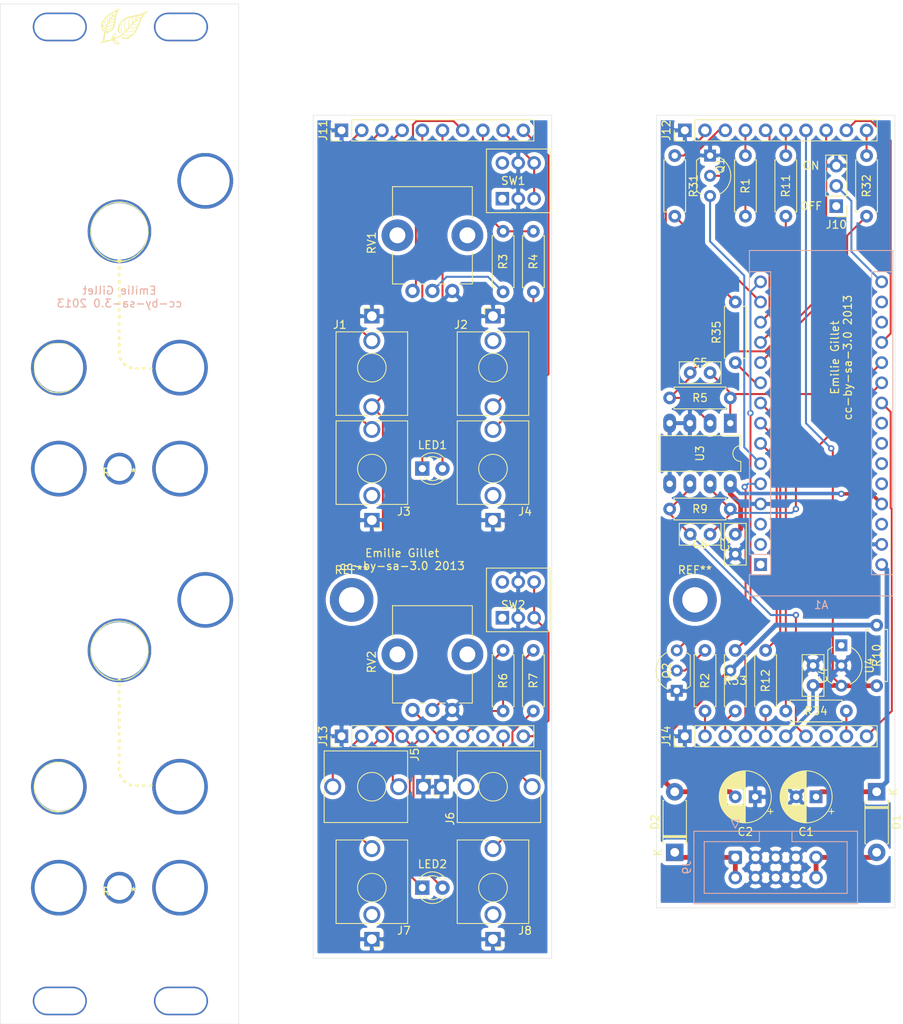
<source format=kicad_pcb>
(kicad_pcb (version 20171130) (host pcbnew "(5.1.6)-1")
  (layers (0 F.Cu signal) (31 B.Cu signal) (34 B.Paste user) (35 F.Paste user) (36 B.SilkS user) (37 F.SilkS user) (38 B.Mask user) (39 F.Mask user) (44 Edge.Cuts user))
  (net 0 "")
  (net 1 AUTONOISE)
  (net 2 +12V)
  (net 3 OUT2B)
  (net 4 GND)
  (net 5 OUT2A)
  (net 6 "Net-(A1-Pad28)")
  (net 7 OUT1B)
  (net 8 +5V)
  (net 9 OUT1A)
  (net 10 "Net-(A1-Pad26)")
  (net 11 LED2B)
  (net 12 "Net-(A1-Pad25)")
  (net 13 LED2A)
  (net 14 "Net-(A1-Pad24)")
  (net 15 LED1B)
  (net 16 "Net-(A1-Pad23)")
  (net 17 LED1A)
  (net 18 SW2)
  (net 19 IN2)
  (net 20 SW1)
  (net 21 IN1)
  (net 22 P2)
  (net 23 P1)
  (net 24 "Net-(A1-Pad3)")
  (net 25 "Net-(A1-Pad18)")
  (net 26 "Net-(A1-Pad2)")
  (net 27 "Net-(A1-Pad17)")
  (net 28 "Net-(A1-Pad1)")
  (net 29 -12V)
  (net 30 "Net-(J2-PadTN)")
  (net 31 "Net-(J2-PadT)")
  (net 32 "Net-(J3-PadTN)")
  (net 33 "Net-(J4-PadTN)")
  (net 34 "Net-(J6-PadTN)")
  (net 35 "Net-(J6-PadT)")
  (net 36 "Net-(J7-PadTN)")
  (net 37 "Net-(J8-PadTN)")
  (net 38 NORM)
  (net 39 "Net-(Q1-Pad2)")
  (net 40 "Net-(Q2-Pad2)")
  (net 41 "Net-(R3-Pad2)")
  (net 42 "Net-(R6-Pad2)")
  (net 43 -5V)
  (net 44 "Net-(SW1-Pad4)")
  (net 45 "Net-(SW1-Pad1)")
  (net 46 "Net-(SW2-Pad4)")
  (net 47 "Net-(SW2-Pad1)")
  (net 48 _P1)
  (net 49 _P2)
  (net 50 _NORM)
  (net 51 _IN1)
  (net 52 _OUT1B)
  (net 53 _LED1B)
  (net 54 _OUT1A)
  (net 55 "Net-(J13-Pad8)")
  (net 56 "Net-(J14-Pad8)")
  (net 57 _IN2)
  (net 58 _OUT2A)
  (net 59 _OUT2B)
  (net 60 _LED2B)
  (net 61 "Net-(J10-Pad1)")
  (net 62 "Net-(D1-Pad2)")
  (net 63 "Net-(D2-Pad1)")
  (module Module:Arduino_Nano (layer B.Cu) (at 132.715 88.265)
    (fp_text reference A1 (at 7.62 5.08) (layer B.SilkS) (effects (justify mirror)))
    (fp_text value Arduino_Nano_v3.x)
    (pad 16 thru_hole oval (at 15.24 -35.56) (size 1.6 1.6) (drill 1) (layers *.Cu *.Mask) (net 1 AUTONOISE))
    (pad 15 thru_hole oval (at 0 -35.56) (size 1.6 1.6) (drill 1) (layers *.Cu *.Mask) (net 5 OUT2A))
    (pad 30 thru_hole oval (at 15.24 0) (size 1.6 1.6) (drill 1) (layers *.Cu *.Mask) (net 2 +12V))
    (pad 14 thru_hole oval (at 0 -33.02) (size 1.6 1.6) (drill 1) (layers *.Cu *.Mask) (net 9 OUT1A))
    (pad 29 thru_hole oval (at 15.24 -2.54) (size 1.6 1.6) (drill 1) (layers *.Cu *.Mask) (net 4 GND))
    (pad 13 thru_hole oval (at 0 -30.48) (size 1.6 1.6) (drill 1) (layers *.Cu *.Mask) (net 17 LED1A))
    (pad 28 thru_hole oval (at 15.24 -5.08) (size 1.6 1.6) (drill 1) (layers *.Cu *.Mask) (net 6 "Net-(A1-Pad28)"))
    (pad 12 thru_hole oval (at 0 -27.94) (size 1.6 1.6) (drill 1) (layers *.Cu *.Mask) (net 15 LED1B))
    (pad 27 thru_hole oval (at 15.24 -7.62) (size 1.6 1.6) (drill 1) (layers *.Cu *.Mask) (net 8 +5V))
    (pad 11 thru_hole oval (at 0 -25.4) (size 1.6 1.6) (drill 1) (layers *.Cu *.Mask) (net 7 OUT1B))
    (pad 26 thru_hole oval (at 15.24 -10.16) (size 1.6 1.6) (drill 1) (layers *.Cu *.Mask) (net 10 "Net-(A1-Pad26)"))
    (pad 10 thru_hole oval (at 0 -22.86) (size 1.6 1.6) (drill 1) (layers *.Cu *.Mask) (net 38 NORM))
    (pad 25 thru_hole oval (at 15.24 -12.7) (size 1.6 1.6) (drill 1) (layers *.Cu *.Mask) (net 12 "Net-(A1-Pad25)"))
    (pad 9 thru_hole oval (at 0 -20.32) (size 1.6 1.6) (drill 1) (layers *.Cu *.Mask) (net 3 OUT2B))
    (pad 24 thru_hole oval (at 15.24 -15.24) (size 1.6 1.6) (drill 1) (layers *.Cu *.Mask) (net 14 "Net-(A1-Pad24)"))
    (pad 8 thru_hole oval (at 0 -17.78) (size 1.6 1.6) (drill 1) (layers *.Cu *.Mask) (net 11 LED2B))
    (pad 23 thru_hole oval (at 15.24 -17.78) (size 1.6 1.6) (drill 1) (layers *.Cu *.Mask) (net 16 "Net-(A1-Pad23)"))
    (pad 7 thru_hole oval (at 0 -15.24) (size 1.6 1.6) (drill 1) (layers *.Cu *.Mask) (net 13 LED2A))
    (pad 22 thru_hole oval (at 15.24 -20.32) (size 1.6 1.6) (drill 1) (layers *.Cu *.Mask) (net 18 SW2))
    (pad 6 thru_hole oval (at 0 -12.7) (size 1.6 1.6) (drill 1) (layers *.Cu *.Mask) (net 21 IN1))
    (pad 21 thru_hole oval (at 15.24 -22.86) (size 1.6 1.6) (drill 1) (layers *.Cu *.Mask) (net 22 P2))
    (pad 5 thru_hole oval (at 0 -10.16) (size 1.6 1.6) (drill 1) (layers *.Cu *.Mask) (net 19 IN2))
    (pad 20 thru_hole oval (at 15.24 -25.4) (size 1.6 1.6) (drill 1) (layers *.Cu *.Mask) (net 23 P1))
    (pad 4 thru_hole oval (at 0 -7.62) (size 1.6 1.6) (drill 1) (layers *.Cu *.Mask) (net 4 GND))
    (pad 19 thru_hole oval (at 15.24 -27.94) (size 1.6 1.6) (drill 1) (layers *.Cu *.Mask) (net 20 SW1))
    (pad 3 thru_hole oval (at 0 -5.08) (size 1.6 1.6) (drill 1) (layers *.Cu *.Mask) (net 24 "Net-(A1-Pad3)"))
    (pad 18 thru_hole oval (at 15.24 -30.48) (size 1.6 1.6) (drill 1) (layers *.Cu *.Mask) (net 25 "Net-(A1-Pad18)"))
    (pad 2 thru_hole oval (at 0 -2.54) (size 1.6 1.6) (drill 1) (layers *.Cu *.Mask) (net 26 "Net-(A1-Pad2)"))
    (pad 17 thru_hole oval (at 15.24 -33.02) (size 1.6 1.6) (drill 1) (layers *.Cu *.Mask) (net 27 "Net-(A1-Pad17)"))
    (pad 1 thru_hole rect (at 0 0) (size 1.6 1.6) (drill 1) (layers *.Cu *.Mask) (net 28 "Net-(A1-Pad1)"))
  )
  (module MountingHole:MountingHole_3.2mm_M3_ISO14580_Pad (layer F.Cu) (at 81.28 92.71)
    (fp_text reference REF** (at 0 -3.75) (layer F.SilkS))
    (fp_text value MountingHole_3.2mm_M3_ISO14580_Pad)
    (pad 1 thru_hole circle (at 0 0) (size 5.5 5.5) (drill 3.2) (layers *.Cu *.Mask))
  )
  (module MountingHole:MountingHole_3.2mm_M3_ISO14580_Pad (layer F.Cu) (at 124.46 92.71)
    (fp_text reference REF** (at 0 -3.75) (layer F.SilkS))
    (fp_text value MountingHole_3.2mm_M3_ISO14580_Pad)
    (pad 1 thru_hole circle (at 0 0) (size 5.5 5.5) (drill 3.2) (layers *.Cu *.Mask))
  )
  (module Resistor_THT:R_Axial_DIN0207_L6.3mm_D2.5mm_P7.62mm_Horizontal (layer F.Cu) (at 135.89 44.45 90)
    (fp_text reference R11 (at 3.81 0 90) (layer F.SilkS))
    (fp_text value 220)
    (pad 2 thru_hole oval (at 7.62 0 90) (size 1.6 1.6) (drill 0.8) (layers *.Cu *.Mask) (net 53 _LED1B))
    (pad 1 thru_hole circle (at 0 0 90) (size 1.6 1.6) (drill 0.8) (layers *.Cu *.Mask) (net 15 LED1B))
  )
  (module Resistor_THT:R_Axial_DIN0207_L6.3mm_D2.5mm_P7.62mm_Horizontal (layer F.Cu) (at 147.32 95.885 270)
    (fp_text reference R10 (at 3.81 0 90) (layer F.SilkS))
    (fp_text value 5.1k)
    (pad 2 thru_hole oval (at 7.62 0 270) (size 1.6 1.6) (drill 0.8) (layers *.Cu *.Mask) (net 43 -5V))
    (pad 1 thru_hole circle (at 0 0 270) (size 1.6 1.6) (drill 0.8) (layers *.Cu *.Mask) (net 29 -12V))
  )
  (module Resistor_THT:R_Axial_DIN0207_L6.3mm_D2.5mm_P7.62mm_Horizontal (layer F.Cu) (at 146.05 36.83 270)
    (fp_text reference R32 (at 3.81 0 90) (layer F.SilkS))
    (fp_text value 1K)
    (pad 2 thru_hole oval (at 7.62 0 270) (size 1.6 1.6) (drill 0.8) (layers *.Cu *.Mask) (net 7 OUT1B))
    (pad 1 thru_hole circle (at 0 0 270) (size 1.6 1.6) (drill 0.8) (layers *.Cu *.Mask) (net 52 _OUT1B))
  )
  (module Resistor_THT:R_Axial_DIN0207_L6.3mm_D2.5mm_P7.62mm_Horizontal (layer F.Cu) (at 121.92 36.83 270)
    (fp_text reference R31 (at 3.81 -2.37 90) (layer F.SilkS))
    (fp_text value 1K)
    (pad 2 thru_hole oval (at 7.62 0 270) (size 1.6 1.6) (drill 0.8) (layers *.Cu *.Mask) (net 9 OUT1A))
    (pad 1 thru_hole circle (at 0 0 270) (size 1.6 1.6) (drill 0.8) (layers *.Cu *.Mask) (net 54 _OUT1A))
  )
  (module Resistor_THT:R_Axial_DIN0207_L6.3mm_D2.5mm_P7.62mm_Horizontal (layer F.Cu) (at 125.73 99.06 270)
    (fp_text reference R2 (at 3.81 0 90) (layer F.SilkS))
    (fp_text value 100K)
    (pad 2 thru_hole oval (at 7.62 0 270) (size 1.6 1.6) (drill 0.8) (layers *.Cu *.Mask) (net 57 _IN2))
    (pad 1 thru_hole circle (at 0 0 270) (size 1.6 1.6) (drill 0.8) (layers *.Cu *.Mask) (net 40 "Net-(Q2-Pad2)"))
  )
  (module Resistor_THT:R_Axial_DIN0207_L6.3mm_D2.5mm_P7.62mm_Horizontal (layer F.Cu) (at 129.54 106.68 90)
    (fp_text reference R33 (at 3.81 0) (layer F.SilkS))
    (fp_text value 1K)
    (pad 2 thru_hole oval (at 7.62 0 90) (size 1.6 1.6) (drill 0.8) (layers *.Cu *.Mask) (net 5 OUT2A))
    (pad 1 thru_hole circle (at 0 0 90) (size 1.6 1.6) (drill 0.8) (layers *.Cu *.Mask) (net 58 _OUT2A))
  )
  (module Resistor_THT:R_Axial_DIN0207_L6.3mm_D2.5mm_P7.62mm_Horizontal (layer F.Cu) (at 129.54 62.865 90)
    (fp_text reference R35 (at 3.81 -2.37 90) (layer F.SilkS))
    (fp_text value 1K)
    (pad 2 thru_hole oval (at 7.62 0 90) (size 1.6 1.6) (drill 0.8) (layers *.Cu *.Mask) (net 50 _NORM))
    (pad 1 thru_hole circle (at 0 0 90) (size 1.6 1.6) (drill 0.8) (layers *.Cu *.Mask) (net 38 NORM))
  )
  (module Resistor_THT:R_Axial_DIN0207_L6.3mm_D2.5mm_P7.62mm_Horizontal (layer F.Cu) (at 130.81 44.45 90)
    (fp_text reference R1 (at 3.81 0 90) (layer F.SilkS))
    (fp_text value 100K)
    (pad 2 thru_hole oval (at 7.62 0 90) (size 1.6 1.6) (drill 0.8) (layers *.Cu *.Mask) (net 51 _IN1))
    (pad 1 thru_hole circle (at 0 0 90) (size 1.6 1.6) (drill 0.8) (layers *.Cu *.Mask) (net 39 "Net-(Q1-Pad2)"))
  )
  (module Resistor_THT:R_Axial_DIN0207_L6.3mm_D2.5mm_P7.62mm_Horizontal (layer F.Cu) (at 143.51 106.68 180)
    (fp_text reference R34 (at 3.81 0) (layer F.SilkS))
    (fp_text value 1K)
    (pad 2 thru_hole oval (at 7.62 0 180) (size 1.6 1.6) (drill 0.8) (layers *.Cu *.Mask) (net 3 OUT2B))
    (pad 1 thru_hole circle (at 0 0 180) (size 1.6 1.6) (drill 0.8) (layers *.Cu *.Mask) (net 59 _OUT2B))
  )
  (module Resistor_THT:R_Axial_DIN0207_L6.3mm_D2.5mm_P7.62mm_Horizontal (layer F.Cu) (at 133.35 99.06 270)
    (fp_text reference R12 (at 3.81 0 90) (layer F.SilkS))
    (fp_text value 220)
    (pad 2 thru_hole oval (at 7.62 0 270) (size 1.6 1.6) (drill 0.8) (layers *.Cu *.Mask) (net 60 _LED2B))
    (pad 1 thru_hole circle (at 0 0 270) (size 1.6 1.6) (drill 0.8) (layers *.Cu *.Mask) (net 11 LED2B))
  )
  (module Capacitor_THT:CP_Radial_D6.3mm_P2.50mm (layer F.Cu) (at 132.04 117.475 180)
    (fp_text reference C2 (at 1.25 -4.4) (layer F.SilkS))
    (fp_text value 10uF)
    (pad 2 thru_hole circle (at 2.5 0 180) (size 1.6 1.6) (drill 0.8) (layers *.Cu *.Mask) (net 29 -12V))
    (pad 1 thru_hole rect (at 0 0 180) (size 1.6 1.6) (drill 0.8) (layers *.Cu *.Mask) (net 4 GND))
  )
  (module Capacitor_THT:CP_Radial_D6.3mm_P2.50mm (layer F.Cu) (at 139.7 117.475 180)
    (fp_text reference C1 (at 1.25 -4.4) (layer F.SilkS))
    (fp_text value 10uF)
    (pad 2 thru_hole circle (at 2.5 0 180) (size 1.6 1.6) (drill 0.8) (layers *.Cu *.Mask) (net 4 GND))
    (pad 1 thru_hole rect (at 0 0 180) (size 1.6 1.6) (drill 0.8) (layers *.Cu *.Mask) (net 2 +12V))
  )
  (module Capacitor_THT:C_Disc_D5.0mm_W2.5mm_P2.50mm (layer F.Cu) (at 126.365 84.455 180)
    (fp_text reference C6 (at 1.25 -1.27) (layer F.SilkS))
    (fp_text value 1n)
    (pad 1 thru_hole circle (at 0 0 180) (size 1.6 1.6) (drill 0.8) (layers *.Cu *.Mask) (net 22 P2))
    (pad 2 thru_hole circle (at 2.5 0 180) (size 1.6 1.6) (drill 0.8) (layers *.Cu *.Mask) (net 49 _P2))
  )
  (module Capacitor_THT:C_Disc_D5.0mm_W2.5mm_P2.50mm (layer F.Cu) (at 126.365 64.135 180)
    (fp_text reference C5 (at 1.27 1.27) (layer F.SilkS))
    (fp_text value 1n)
    (pad 2 thru_hole circle (at 2.5 0 180) (size 1.6 1.6) (drill 0.8) (layers *.Cu *.Mask) (net 48 _P1))
    (pad 1 thru_hole circle (at 0 0 180) (size 1.6 1.6) (drill 0.8) (layers *.Cu *.Mask) (net 23 P1))
  )
  (module Connector_IDC:IDC-Header_2x05_P2.54mm_Vertical (layer B.Cu) (at 129.54 125.095 270)
    (fp_text reference J9 (at 1.27 6.1 270) (layer B.SilkS) (effects (justify mirror)))
    (fp_text value Conn_02x05_Odd_Even)
    (pad 1 thru_hole roundrect (at 0 0 270) (size 1.7 1.7) (drill 1) (layers *.Cu *.Mask) (roundrect_rratio 0.147059) (net 63 "Net-(D2-Pad1)"))
    (pad 3 thru_hole circle (at 0 -2.54 270) (size 1.7 1.7) (drill 1) (layers *.Cu *.Mask) (net 4 GND))
    (pad 5 thru_hole circle (at 0 -5.08 270) (size 1.7 1.7) (drill 1) (layers *.Cu *.Mask) (net 4 GND))
    (pad 7 thru_hole circle (at 0 -7.62 270) (size 1.7 1.7) (drill 1) (layers *.Cu *.Mask) (net 4 GND))
    (pad 9 thru_hole circle (at 0 -10.16 270) (size 1.7 1.7) (drill 1) (layers *.Cu *.Mask) (net 62 "Net-(D1-Pad2)"))
    (pad 2 thru_hole circle (at 2.54 0 270) (size 1.7 1.7) (drill 1) (layers *.Cu *.Mask) (net 63 "Net-(D2-Pad1)"))
    (pad 4 thru_hole circle (at 2.54 -2.54 270) (size 1.7 1.7) (drill 1) (layers *.Cu *.Mask) (net 4 GND))
    (pad 6 thru_hole circle (at 2.54 -5.08 270) (size 1.7 1.7) (drill 1) (layers *.Cu *.Mask) (net 4 GND))
    (pad 8 thru_hole circle (at 2.54 -7.62 270) (size 1.7 1.7) (drill 1) (layers *.Cu *.Mask) (net 4 GND))
    (pad 10 thru_hole circle (at 2.54 -10.16 270) (size 1.7 1.7) (drill 1) (layers *.Cu *.Mask) (net 62 "Net-(D1-Pad2)"))
  )
  (module Capacitor_THT:C_Disc_D5.0mm_W2.5mm_P2.50mm (layer F.Cu) (at 139.319 100.965 270)
    (fp_text reference C4 (at 1.25 -1.27 90) (layer F.SilkS))
    (fp_text value 100n)
    (pad 1 thru_hole circle (at 0 0 270) (size 1.6 1.6) (drill 0.8) (layers *.Cu *.Mask) (net 4 GND))
    (pad 2 thru_hole circle (at 2.5 0 270) (size 1.6 1.6) (drill 0.8) (layers *.Cu *.Mask) (net 43 -5V))
  )
  (module Capacitor_THT:C_Disc_D5.0mm_W2.5mm_P2.50mm (layer F.Cu) (at 129.54 86.955 90)
    (fp_text reference C3 (at 1.25 -1.27 90) (layer F.SilkS))
    (fp_text value 100n)
    (pad 2 thru_hole circle (at 2.5 0 90) (size 1.6 1.6) (drill 0.8) (layers *.Cu *.Mask) (net 8 +5V))
    (pad 1 thru_hole circle (at 0 0 90) (size 1.6 1.6) (drill 0.8) (layers *.Cu *.Mask) (net 4 GND))
  )
  (module Connector_PinHeader_2.54mm:PinHeader_1x03_P2.54mm_Vertical (layer F.Cu) (at 142.24 43.18 180)
    (fp_text reference J10 (at 0 -2.33) (layer F.SilkS))
    (fp_text value Conn_3)
    (pad 3 thru_hole oval (at 0 5.08 180) (size 1.7 1.7) (drill 1) (layers *.Cu *.Mask) (net 4 GND))
    (pad 2 thru_hole oval (at 0 2.54 180) (size 1.7 1.7) (drill 1) (layers *.Cu *.Mask) (net 1 AUTONOISE))
    (pad 1 thru_hole rect (at 0 0 180) (size 1.7 1.7) (drill 1) (layers *.Cu *.Mask) (net 61 "Net-(J10-Pad1)"))
  )
  (module Package_TO_SOT_THT:TO-92L_Inline_Wide (layer F.Cu) (at 122.174 104.14 90)
    (fp_text reference Q2 (at 2.54 -1.27 90) (layer F.SilkS))
    (fp_text value 2N3904)
    (pad 1 thru_hole rect (at 0 0 180) (size 1.5 1.5) (drill 0.8) (layers *.Cu *.Mask) (net 4 GND))
    (pad 3 thru_hole circle (at 5.08 0 180) (size 1.5 1.5) (drill 0.8) (layers *.Cu *.Mask) (net 19 IN2))
    (pad 2 thru_hole circle (at 2.54 0 180) (size 1.5 1.5) (drill 0.8) (layers *.Cu *.Mask) (net 40 "Net-(Q2-Pad2)"))
  )
  (module Resistor_THT:R_Axial_DIN0207_L6.3mm_D2.5mm_P7.62mm_Horizontal (layer F.Cu) (at 128.905 81.28 180)
    (fp_text reference R9 (at 3.81 0) (layer F.SilkS))
    (fp_text value 100K)
    (pad 2 thru_hole oval (at 7.62 0 180) (size 1.6 1.6) (drill 0.8) (layers *.Cu *.Mask) (net 49 _P2))
    (pad 1 thru_hole circle (at 0 0 180) (size 1.6 1.6) (drill 0.8) (layers *.Cu *.Mask) (net 22 P2))
  )
  (module Connector_PinHeader_2.54mm:PinHeader_1x10_P2.54mm_Vertical (layer F.Cu) (at 123.19 109.855 90)
    (fp_text reference J14 (at 0 -2.33 90) (layer F.SilkS))
    (fp_text value Conn_01x10_Female)
    (pad 10 thru_hole oval (at 0 22.86 90) (size 1.7 1.7) (drill 1) (layers *.Cu *.Mask) (net 18 SW2))
    (pad 9 thru_hole oval (at 0 20.32 90) (size 1.7 1.7) (drill 1) (layers *.Cu *.Mask) (net 59 _OUT2B))
    (pad 8 thru_hole oval (at 0 17.78 90) (size 1.7 1.7) (drill 1) (layers *.Cu *.Mask) (net 56 "Net-(J14-Pad8)"))
    (pad 7 thru_hole oval (at 0 15.24 90) (size 1.7 1.7) (drill 1) (layers *.Cu *.Mask) (net 49 _P2))
    (pad 6 thru_hole oval (at 0 12.7 90) (size 1.7 1.7) (drill 1) (layers *.Cu *.Mask) (net 43 -5V))
    (pad 5 thru_hole oval (at 0 10.16 90) (size 1.7 1.7) (drill 1) (layers *.Cu *.Mask) (net 60 _LED2B))
    (pad 4 thru_hole oval (at 0 7.62 90) (size 1.7 1.7) (drill 1) (layers *.Cu *.Mask) (net 13 LED2A))
    (pad 3 thru_hole oval (at 0 5.08 90) (size 1.7 1.7) (drill 1) (layers *.Cu *.Mask) (net 58 _OUT2A))
    (pad 2 thru_hole oval (at 0 2.54 90) (size 1.7 1.7) (drill 1) (layers *.Cu *.Mask) (net 57 _IN2))
    (pad 1 thru_hole rect (at 0 0 90) (size 1.7 1.7) (drill 1) (layers *.Cu *.Mask) (net 4 GND))
  )
  (module Package_DIP:DIP-8_W7.62mm_LongPads (layer F.Cu) (at 128.905 70.485 270)
    (fp_text reference U3 (at 3.81 3.81 90) (layer F.SilkS))
    (fp_text value MCP6002-xP)
    (pad 1 thru_hole rect (at 0 0 270) (size 2.4 1.6) (drill 0.8) (layers *.Cu *.Mask) (net 23 P1))
    (pad 5 thru_hole oval (at 7.62 7.62 270) (size 2.4 1.6) (drill 0.8) (layers *.Cu *.Mask) (net 4 GND))
    (pad 2 thru_hole oval (at 0 2.54 270) (size 2.4 1.6) (drill 0.8) (layers *.Cu *.Mask) (net 48 _P1))
    (pad 6 thru_hole oval (at 7.62 5.08 270) (size 2.4 1.6) (drill 0.8) (layers *.Cu *.Mask) (net 49 _P2))
    (pad 3 thru_hole oval (at 0 5.08 270) (size 2.4 1.6) (drill 0.8) (layers *.Cu *.Mask) (net 4 GND))
    (pad 7 thru_hole oval (at 7.62 2.54 270) (size 2.4 1.6) (drill 0.8) (layers *.Cu *.Mask) (net 22 P2))
    (pad 4 thru_hole oval (at 0 7.62 270) (size 2.4 1.6) (drill 0.8) (layers *.Cu *.Mask) (net 4 GND))
    (pad 8 thru_hole oval (at 7.62 0 270) (size 2.4 1.6) (drill 0.8) (layers *.Cu *.Mask) (net 8 +5V))
  )
  (module Resistor_THT:R_Axial_DIN0207_L6.3mm_D2.5mm_P7.62mm_Horizontal (layer F.Cu) (at 128.905 67.31 180)
    (fp_text reference R5 (at 3.81 0) (layer F.SilkS))
    (fp_text value 100K)
    (pad 2 thru_hole oval (at 7.62 0 180) (size 1.6 1.6) (drill 0.8) (layers *.Cu *.Mask) (net 48 _P1))
    (pad 1 thru_hole circle (at 0 0 180) (size 1.6 1.6) (drill 0.8) (layers *.Cu *.Mask) (net 23 P1))
  )
  (module Connector_PinHeader_2.54mm:PinHeader_1x10_P2.54mm_Vertical (layer F.Cu) (at 123.19 33.655 90)
    (fp_text reference J12 (at 0 -2.33 90) (layer F.SilkS))
    (fp_text value Conn_01x10_Female)
    (pad 10 thru_hole oval (at 0 22.86 90) (size 1.7 1.7) (drill 1) (layers *.Cu *.Mask) (net 52 _OUT1B))
    (pad 9 thru_hole oval (at 0 20.32 90) (size 1.7 1.7) (drill 1) (layers *.Cu *.Mask) (net 20 SW1))
    (pad 8 thru_hole oval (at 0 17.78 90) (size 1.7 1.7) (drill 1) (layers *.Cu *.Mask) (net 48 _P1))
    (pad 7 thru_hole oval (at 0 15.24 90) (size 1.7 1.7) (drill 1) (layers *.Cu *.Mask) (net 43 -5V))
    (pad 6 thru_hole oval (at 0 12.7 90) (size 1.7 1.7) (drill 1) (layers *.Cu *.Mask) (net 53 _LED1B))
    (pad 5 thru_hole oval (at 0 10.16 90) (size 1.7 1.7) (drill 1) (layers *.Cu *.Mask) (net 17 LED1A))
    (pad 4 thru_hole oval (at 0 7.62 90) (size 1.7 1.7) (drill 1) (layers *.Cu *.Mask) (net 51 _IN1))
    (pad 3 thru_hole oval (at 0 5.08 90) (size 1.7 1.7) (drill 1) (layers *.Cu *.Mask) (net 50 _NORM))
    (pad 2 thru_hole oval (at 0 2.54 90) (size 1.7 1.7) (drill 1) (layers *.Cu *.Mask) (net 54 _OUT1A))
    (pad 1 thru_hole rect (at 0 0 90) (size 1.7 1.7) (drill 1) (layers *.Cu *.Mask) (net 4 GND))
  )
  (module Package_TO_SOT_THT:TO-92L_Inline_Wide (layer F.Cu) (at 126.365 36.83 270)
    (fp_text reference Q1 (at 1.27 -1.27 90) (layer F.SilkS))
    (fp_text value 2N3904)
    (pad 1 thru_hole rect (at 0 0) (size 1.5 1.5) (drill 0.8) (layers *.Cu *.Mask) (net 4 GND))
    (pad 3 thru_hole circle (at 5.08 0) (size 1.5 1.5) (drill 0.8) (layers *.Cu *.Mask) (net 21 IN1))
    (pad 2 thru_hole circle (at 2.54 0) (size 1.5 1.5) (drill 0.8) (layers *.Cu *.Mask) (net 39 "Net-(Q1-Pad2)"))
  )
  (module Package_TO_SOT_THT:TO-92L_Inline_Wide (layer F.Cu) (at 142.875 98.425 270)
    (fp_text reference U4 (at 2.54 -3.56 90) (layer F.SilkS))
    (fp_text value LM4040LP-5)
    (pad 2 thru_hole circle (at 2.54 0) (size 1.5 1.5) (drill 0.8) (layers *.Cu *.Mask) (net 4 GND))
    (pad 3 thru_hole circle (at 5.08 0) (size 1.5 1.5) (drill 0.8) (layers *.Cu *.Mask) (net 43 -5V))
    (pad 1 thru_hole rect (at 0 0) (size 1.5 1.5) (drill 0.8) (layers *.Cu *.Mask))
  )
  (module Diode_THT:D_DO-41_SOD81_P7.62mm_Horizontal (layer F.Cu) (at 121.92 124.46 90)
    (fp_text reference D2 (at 3.81 -2.47 90) (layer F.SilkS))
    (fp_text value 1N4001)
    (fp_text user K (at 0 -2.1 90) (layer F.SilkS))
    (pad 2 thru_hole oval (at 7.62 0 90) (size 2.2 2.2) (drill 1.1) (layers *.Cu *.Mask) (net 29 -12V))
    (pad 1 thru_hole rect (at 0 0 90) (size 2.2 2.2) (drill 1.1) (layers *.Cu *.Mask) (net 63 "Net-(D2-Pad1)"))
  )
  (module Diode_THT:D_DO-41_SOD81_P7.62mm_Horizontal (layer F.Cu) (at 147.32 116.84 270)
    (fp_text reference D1 (at 3.81 -2.47 90) (layer F.SilkS))
    (fp_text value 1N4001)
    (fp_text user K (at 0 -2.1 90) (layer F.SilkS))
    (pad 2 thru_hole oval (at 7.62 0 270) (size 2.2 2.2) (drill 1.1) (layers *.Cu *.Mask) (net 62 "Net-(D1-Pad2)"))
    (pad 1 thru_hole rect (at 0 0 270) (size 2.2 2.2) (drill 1.1) (layers *.Cu *.Mask) (net 2 +12V))
  )
  (module PJ302M:jack_hole_6.1 (layer F.Cu) (at 44.45 76.2)
    (fp_text reference REF** (at 0 0.5) (layer F.SilkS))
    (fp_text value jack_hole_6.1)
    (pad "" np_thru_hole circle (at 0 0 90) (size 7 7) (drill 6.1) (layers *.Cu *.Mask))
  )
  (module PJ302M:jack_hole_6.1 (layer F.Cu) (at 44.45 63.5)
    (fp_text reference REF** (at 0 0.5) (layer F.SilkS))
    (fp_text value jack_hole_6.1)
    (pad "" np_thru_hole circle (at 0 0 90) (size 7 7) (drill 6.1) (layers *.Cu *.Mask))
  )
  (module PJ302M:pot_hole_7.1 (layer F.Cu) (at 52.07 46.355)
    (fp_text reference REF** (at 0 0.5) (layer F.SilkS))
    (fp_text value pot_hole_7.1)
    (pad "" np_thru_hole circle (at 0 0) (size 8 8) (drill 7.1) (layers *.Cu *.Mask))
  )
  (module PJ302M:led_hole_3.1 (layer F.Cu) (at 52.07 76.2)
    (fp_text reference REF** (at 0 0.5) (layer F.SilkS))
    (fp_text value led_hole_3.1)
    (pad "" np_thru_hole circle (at 0 0 90) (size 4 4) (drill 3.1) (layers *.Cu *.Mask))
  )
  (module PJ302M:jack_hole_6.1 (layer F.Cu) (at 59.69 76.2)
    (fp_text reference REF** (at 0 0.5) (layer F.SilkS))
    (fp_text value jack_hole_6.1)
    (pad "" np_thru_hole circle (at 0 0 90) (size 7 7) (drill 6.1) (layers *.Cu *.Mask))
  )
  (module PJ302M:screw_hole_3.2 (layer F.Cu) (at 44.57 20.65)
    (fp_text reference REF** (at 0 0.5) (layer F.SilkS))
    (fp_text value screw_hole_3.2)
    (pad "" np_thru_hole oval (at 0 0 90) (size 3.6 6.8) (drill oval 3.2 6.4) (layers *.Cu *.Mask))
  )
  (module PJ302M:branches (layer F.Cu) (at 42.25 79.5)
    (fp_text reference G*** hide)
    (fp_text value LOGO hide)
  )
  (module PJ302M:screw_hole_3.2 (layer F.Cu) (at 59.81 143.15)
    (fp_text reference REF** (at 0 0.5) (layer F.SilkS))
    (fp_text value screw_hole_3.2)
    (pad "" np_thru_hole oval (at 0 0 90) (size 3.6 6.8) (drill oval 3.2 6.4) (layers *.Cu *.Mask))
  )
  (module PJ302M:screw_hole_3.2 (layer F.Cu) (at 59.81 20.65)
    (fp_text reference REF** (at 0 0.5) (layer F.SilkS))
    (fp_text value screw_hole_3.2)
    (pad "" np_thru_hole oval (at 0 0 90) (size 3.6 6.8) (drill oval 3.2 6.4) (layers *.Cu *.Mask))
  )
  (module PJ302M:screw_hole_3.2 (layer F.Cu) (at 44.57 143.15)
    (fp_text reference REF** (at 0 0.5) (layer F.SilkS))
    (fp_text value screw_hole_3.2)
    (pad "" np_thru_hole oval (at 0 0 90) (size 3.6 6.8) (drill oval 3.2 6.4) (layers *.Cu *.Mask))
  )
  (module PJ302M:jack_hole_6.1 (layer F.Cu) (at 62.865 40.005)
    (fp_text reference REF** (at 0 0.5) (layer F.SilkS))
    (fp_text value jack_hole_6.1)
    (pad "" np_thru_hole circle (at 0 0 90) (size 7 7) (drill 6.1) (layers *.Cu *.Mask))
  )
  (module PJ302M:jack_hole_6.1 (layer F.Cu) (at 59.69 63.5)
    (fp_text reference REF** (at 0 0.5) (layer F.SilkS))
    (fp_text value jack_hole_6.1)
    (pad "" np_thru_hole circle (at 0 0 90) (size 7 7) (drill 6.1) (layers *.Cu *.Mask))
  )
  (module PJ302M:jack_hole_6.1 (layer F.Cu) (at 62.865 40.005)
    (fp_text reference REF** (at 0 0.5) (layer F.SilkS))
    (fp_text value jack_hole_6.1)
    (pad "" np_thru_hole circle (at 0 0 90) (size 7 7) (drill 6.1) (layers *.Cu *.Mask))
  )
  (module PJ302M:led_hole_3.1 (layer F.Cu) (at 52.07 128.905)
    (fp_text reference REF** (at 0 0.5) (layer F.SilkS))
    (fp_text value led_hole_3.1)
    (pad "" np_thru_hole circle (at 0 0 90) (size 4 4) (drill 3.1) (layers *.Cu *.Mask))
  )
  (module PJ302M:pot_hole_7.1 (layer F.Cu) (at 52.07 99.06)
    (fp_text reference REF** (at 0 0.5) (layer F.SilkS))
    (fp_text value pot_hole_7.1)
    (pad "" np_thru_hole circle (at 0 0) (size 8 8) (drill 7.1) (layers *.Cu *.Mask))
  )
  (module PJ302M:jack_hole_6.1 (layer F.Cu) (at 59.69 128.905)
    (fp_text reference REF** (at 0 0.5) (layer F.SilkS))
    (fp_text value jack_hole_6.1)
    (pad "" np_thru_hole circle (at 0 0 90) (size 7 7) (drill 6.1) (layers *.Cu *.Mask))
  )
  (module PJ302M:jack_hole_6.1 (layer F.Cu) (at 44.45 128.905)
    (fp_text reference REF** (at 0 0.5) (layer F.SilkS))
    (fp_text value jack_hole_6.1)
    (pad "" np_thru_hole circle (at 0 0 90) (size 7 7) (drill 6.1) (layers *.Cu *.Mask))
  )
  (module PJ302M:jack_hole_6.1 (layer F.Cu) (at 59.69 116.205)
    (fp_text reference REF** (at 0 0.5) (layer F.SilkS))
    (fp_text value jack_hole_6.1)
    (pad "" np_thru_hole circle (at 0 0 90) (size 7 7) (drill 6.1) (layers *.Cu *.Mask))
  )
  (module PJ302M:jack_hole_6.1 (layer F.Cu) (at 44.45 116.205)
    (fp_text reference REF** (at 0 0.5) (layer F.SilkS))
    (fp_text value jack_hole_6.1)
    (pad "" np_thru_hole circle (at 0 0 90) (size 7 7) (drill 6.1) (layers *.Cu *.Mask))
  )
  (module PJ302M:jack_hole_6.1 (layer F.Cu) (at 62.865 92.71)
    (fp_text reference REF** (at 0 0.5) (layer F.SilkS))
    (fp_text value jack_hole_6.1)
    (pad "" np_thru_hole circle (at 0 0 90) (size 7 7) (drill 6.1) (layers *.Cu *.Mask))
  )
  (module "PJ302M:leaves 4" (layer F.Cu) (at 52.07 20.32)
    (fp_text reference "" hide)
    (fp_text value "" hide)
  )
  (module PJ302M:ModdedThonkiconn (layer F.Cu) (at 83.82 116.205 270)
    (fp_text reference J5 (at -4.03 -5.4 90) (layer F.SilkS))
    (fp_text value Jack)
    (pad TN thru_hole circle (at 0 -3.38 90) (size 2.13 2.13) (drill 1.42) (layers *.Cu *.Mask) (net 51 _IN1))
    (pad S thru_hole rect (at 0 -6.48 90) (size 1.93 1.83) (drill 1.22) (layers *.Cu *.Mask) (net 4 GND))
    (pad T thru_hole circle (at 0 4.92 90) (size 2.13 2.13) (drill 1.43) (layers *.Cu *.Mask) (net 57 _IN2))
  )
  (module PJ302M:ModdedThonkiconn (layer F.Cu) (at 83.82 63.5)
    (fp_text reference J1 (at -4.03 -5.4) (layer F.SilkS))
    (fp_text value Jack)
    (pad TN thru_hole circle (at 0 -3.38 180) (size 2.13 2.13) (drill 1.42) (layers *.Cu *.Mask) (net 50 _NORM))
    (pad S thru_hole rect (at 0 -6.48 180) (size 1.93 1.83) (drill 1.22) (layers *.Cu *.Mask) (net 4 GND))
    (pad T thru_hole circle (at 0 4.92 180) (size 2.13 2.13) (drill 1.43) (layers *.Cu *.Mask) (net 51 _IN1))
  )
  (module PJ302M:ModdedThonkiconn (layer F.Cu) (at 99.06 116.205 90)
    (fp_text reference J6 (at -4.03 -5.4 90) (layer F.SilkS))
    (fp_text value Jack)
    (pad TN thru_hole circle (at 0 -3.38 270) (size 2.13 2.13) (drill 1.42) (layers *.Cu *.Mask) (net 34 "Net-(J6-PadTN)"))
    (pad S thru_hole rect (at 0 -6.48 270) (size 1.93 1.83) (drill 1.22) (layers *.Cu *.Mask) (net 4 GND))
    (pad T thru_hole circle (at 0 4.92 270) (size 2.13 2.13) (drill 1.43) (layers *.Cu *.Mask) (net 35 "Net-(J6-PadT)"))
  )
  (module PJ302M:ModdedPotentiometer (layer F.Cu) (at 91.44 99.06 90)
    (fp_text reference RV2 (at -1.45 -7.65 270) (layer F.SilkS))
    (fp_text value R_POT)
    (pad "" thru_hole circle (at -0.5 4.4 90) (size 4 4) (drill 2) (layers *.Cu *.Mask))
    (pad "" thru_hole circle (at -0.5 -4.4 90) (size 4 4) (drill 2) (layers *.Cu *.Mask))
    (pad 1 thru_hole circle (at -7.5 2.5 90) (size 1.8 1.8) (drill 1) (layers *.Cu *.Mask) (net 4 GND))
    (pad 2 thru_hole circle (at -7.5 0 90) (size 1.8 1.8) (drill 1) (layers *.Cu *.Mask) (net 42 "Net-(R6-Pad2)"))
    (pad 3 thru_hole circle (at -7.5 -2.5 90) (size 1.8 1.8) (drill 1) (layers *.Cu *.Mask) (net 43 -5V))
  )
  (module PJ302M:ModdedThonkiconn (layer F.Cu) (at 83.82 128.905 180)
    (fp_text reference J7 (at -4.03 -5.4) (layer F.SilkS))
    (fp_text value Jack)
    (pad TN thru_hole circle (at 0 -3.38) (size 2.13 2.13) (drill 1.42) (layers *.Cu *.Mask) (net 36 "Net-(J7-PadTN)"))
    (pad S thru_hole rect (at 0 -6.48) (size 1.93 1.83) (drill 1.22) (layers *.Cu *.Mask) (net 4 GND))
    (pad T thru_hole circle (at 0 4.92) (size 2.13 2.13) (drill 1.43) (layers *.Cu *.Mask) (net 58 _OUT2A))
  )
  (module PJ302M:ModdedThonkiconn (layer F.Cu) (at 99.06 128.905 180)
    (fp_text reference J8 (at -4.03 -5.4) (layer F.SilkS))
    (fp_text value Jack)
    (pad TN thru_hole circle (at 0 -3.38) (size 2.13 2.13) (drill 1.42) (layers *.Cu *.Mask) (net 37 "Net-(J8-PadTN)"))
    (pad S thru_hole rect (at 0 -6.48) (size 1.93 1.83) (drill 1.22) (layers *.Cu *.Mask) (net 4 GND))
    (pad T thru_hole circle (at 0 4.92) (size 2.13 2.13) (drill 1.43) (layers *.Cu *.Mask) (net 59 _OUT2B))
  )
  (module LED_THT:LED_D3.0mm (layer F.Cu) (at 90.17 128.905)
    (fp_text reference LED2 (at 1.27 -2.96) (layer F.SilkS))
    (fp_text value LED_Dual_2pin)
    (pad 2 thru_hole circle (at 2.54 0) (size 1.8 1.8) (drill 0.9) (layers *.Cu *.Mask) (net 60 _LED2B))
    (pad 1 thru_hole rect (at 0 0) (size 1.8 1.8) (drill 0.9) (layers *.Cu *.Mask) (net 13 LED2A))
  )
  (module LED_THT:LED_D3.0mm (layer F.Cu) (at 90.17 76.2)
    (fp_text reference LED1 (at 1.27 -2.96) (layer F.SilkS))
    (fp_text value LED_Dual_2pin)
    (pad 1 thru_hole rect (at 0 0) (size 1.8 1.8) (drill 0.9) (layers *.Cu *.Mask) (net 17 LED1A))
    (pad 2 thru_hole circle (at 2.54 0) (size 1.8 1.8) (drill 0.9) (layers *.Cu *.Mask) (net 53 _LED1B))
  )
  (module PJ302M:ModdedThonkiconn (layer F.Cu) (at 99.06 76.2 180)
    (fp_text reference J4 (at -4.03 -5.4) (layer F.SilkS))
    (fp_text value Jack)
    (pad TN thru_hole circle (at 0 -3.38) (size 2.13 2.13) (drill 1.42) (layers *.Cu *.Mask) (net 33 "Net-(J4-PadTN)"))
    (pad S thru_hole rect (at 0 -6.48) (size 1.93 1.83) (drill 1.22) (layers *.Cu *.Mask) (net 4 GND))
    (pad T thru_hole circle (at 0 4.92) (size 2.13 2.13) (drill 1.43) (layers *.Cu *.Mask) (net 52 _OUT1B))
  )
  (module PJ302M:ModdedThonkiconn (layer F.Cu) (at 83.82 76.2 180)
    (fp_text reference J3 (at -4.03 -5.4) (layer F.SilkS))
    (fp_text value Jack)
    (pad TN thru_hole circle (at 0 -3.38) (size 2.13 2.13) (drill 1.42) (layers *.Cu *.Mask) (net 32 "Net-(J3-PadTN)"))
    (pad S thru_hole rect (at 0 -6.48) (size 1.93 1.83) (drill 1.22) (layers *.Cu *.Mask) (net 4 GND))
    (pad T thru_hole circle (at 0 4.92) (size 2.13 2.13) (drill 1.43) (layers *.Cu *.Mask) (net 54 _OUT1A))
  )
  (module PJ302M:ModdedPotentiometer (layer F.Cu) (at 91.44 46.355 90)
    (fp_text reference RV1 (at -1.45 -7.65 270) (layer F.SilkS))
    (fp_text value R_POT)
    (pad "" thru_hole circle (at -0.5 4.4 90) (size 4 4) (drill 2) (layers *.Cu *.Mask))
    (pad "" thru_hole circle (at -0.5 -4.4 90) (size 4 4) (drill 2) (layers *.Cu *.Mask))
    (pad 1 thru_hole circle (at -7.5 2.5 90) (size 1.8 1.8) (drill 1) (layers *.Cu *.Mask) (net 4 GND))
    (pad 2 thru_hole circle (at -7.5 0 90) (size 1.8 1.8) (drill 1) (layers *.Cu *.Mask) (net 41 "Net-(R3-Pad2)"))
    (pad 3 thru_hole circle (at -7.5 -2.5 90) (size 1.8 1.8) (drill 1) (layers *.Cu *.Mask) (net 43 -5V))
  )
  (module PJ302M:ModdedThonkiconn (layer F.Cu) (at 99.06 63.5)
    (fp_text reference J2 (at -4.03 -5.4) (layer F.SilkS))
    (fp_text value Jack)
    (pad T thru_hole circle (at 0 4.92 180) (size 2.13 2.13) (drill 1.43) (layers *.Cu *.Mask) (net 31 "Net-(J2-PadT)"))
    (pad S thru_hole rect (at 0 -6.48 180) (size 1.93 1.83) (drill 1.22) (layers *.Cu *.Mask) (net 4 GND))
    (pad TN thru_hole circle (at 0 -3.38 180) (size 2.13 2.13) (drill 1.42) (layers *.Cu *.Mask) (net 30 "Net-(J2-PadTN)"))
  )
  (module Connector_PinHeader_2.54mm:PinHeader_1x10_P2.54mm_Vertical (layer F.Cu) (at 80.01 33.655 90)
    (fp_text reference J11 (at 0 -2.33 90) (layer F.SilkS))
    (fp_text value Conn_01x10_Male)
    (pad 1 thru_hole rect (at 0 0 90) (size 1.7 1.7) (drill 1) (layers *.Cu *.Mask) (net 4 GND))
    (pad 2 thru_hole oval (at 0 2.54 90) (size 1.7 1.7) (drill 1) (layers *.Cu *.Mask) (net 54 _OUT1A))
    (pad 3 thru_hole oval (at 0 5.08 90) (size 1.7 1.7) (drill 1) (layers *.Cu *.Mask) (net 50 _NORM))
    (pad 4 thru_hole oval (at 0 7.62 90) (size 1.7 1.7) (drill 1) (layers *.Cu *.Mask) (net 51 _IN1))
    (pad 5 thru_hole oval (at 0 10.16 90) (size 1.7 1.7) (drill 1) (layers *.Cu *.Mask) (net 17 LED1A))
    (pad 6 thru_hole oval (at 0 12.7 90) (size 1.7 1.7) (drill 1) (layers *.Cu *.Mask) (net 53 _LED1B))
    (pad 7 thru_hole oval (at 0 15.24 90) (size 1.7 1.7) (drill 1) (layers *.Cu *.Mask) (net 43 -5V))
    (pad 8 thru_hole oval (at 0 17.78 90) (size 1.7 1.7) (drill 1) (layers *.Cu *.Mask) (net 48 _P1))
    (pad 9 thru_hole oval (at 0 20.32 90) (size 1.7 1.7) (drill 1) (layers *.Cu *.Mask) (net 20 SW1))
    (pad 10 thru_hole oval (at 0 22.86 90) (size 1.7 1.7) (drill 1) (layers *.Cu *.Mask) (net 52 _OUT1B))
  )
  (module PJ302M:DPDT_Momentary_Push_Button_Switch (layer F.Cu) (at 102.235 40.005 90)
    (fp_text reference SW1 (at 0 -0.635 180) (layer F.SilkS))
    (fp_text value SW_Push_DPDT)
    (pad 1 thru_hole rect (at -2.25 -2 90) (size 1.7 1.7) (drill 1) (layers *.Cu *.Mask) (net 45 "Net-(SW1-Pad1)"))
    (pad 4 thru_hole oval (at 2.25 -2 90) (size 1.7 1.7) (drill 1) (layers *.Cu *.Mask) (net 44 "Net-(SW1-Pad4)"))
    (pad 2 thru_hole oval (at -2.25 0 90) (size 1.7 1.7) (drill 1) (layers *.Cu *.Mask) (net 4 GND))
    (pad 5 thru_hole oval (at 2.25 0 90) (size 1.7 1.7) (drill 1) (layers *.Cu *.Mask) (net 4 GND))
    (pad 3 thru_hole oval (at -2.25 2 90) (size 1.7 1.7) (drill 1) (layers *.Cu *.Mask) (net 20 SW1))
    (pad 6 thru_hole oval (at 2.25 2 90) (size 1.7 1.7) (drill 1) (layers *.Cu *.Mask) (net 20 SW1))
  )
  (module Resistor_THT:R_Axial_DIN0207_L6.3mm_D2.5mm_P7.62mm_Horizontal (layer F.Cu) (at 104.14 99.06 270)
    (fp_text reference R7 (at 3.81 0 90) (layer F.SilkS))
    (fp_text value 100K)
    (pad 2 thru_hole oval (at 7.62 0 270) (size 1.6 1.6) (drill 0.8) (layers *.Cu *.Mask) (net 35 "Net-(J6-PadT)"))
    (pad 1 thru_hole circle (at 0 0 270) (size 1.6 1.6) (drill 0.8) (layers *.Cu *.Mask) (net 49 _P2))
  )
  (module Resistor_THT:R_Axial_DIN0207_L6.3mm_D2.5mm_P7.62mm_Horizontal (layer F.Cu) (at 104.14 46.355 270)
    (fp_text reference R4 (at 3.81 0 90) (layer F.SilkS))
    (fp_text value 100K)
    (pad 2 thru_hole oval (at 7.62 0 270) (size 1.6 1.6) (drill 0.8) (layers *.Cu *.Mask) (net 31 "Net-(J2-PadT)"))
    (pad 1 thru_hole circle (at 0 0 270) (size 1.6 1.6) (drill 0.8) (layers *.Cu *.Mask) (net 48 _P1))
  )
  (module Resistor_THT:R_Axial_DIN0207_L6.3mm_D2.5mm_P7.62mm_Horizontal (layer F.Cu) (at 100.33 46.355 270)
    (fp_text reference R3 (at 3.81 0 90) (layer F.SilkS))
    (fp_text value 100K)
    (pad 2 thru_hole oval (at 7.62 0 270) (size 1.6 1.6) (drill 0.8) (layers *.Cu *.Mask) (net 41 "Net-(R3-Pad2)"))
    (pad 1 thru_hole circle (at 0 0 270) (size 1.6 1.6) (drill 0.8) (layers *.Cu *.Mask) (net 48 _P1))
  )
  (module Resistor_THT:R_Axial_DIN0207_L6.3mm_D2.5mm_P7.62mm_Horizontal (layer F.Cu) (at 100.33 106.68 90)
    (fp_text reference R6 (at 3.81 0 90) (layer F.SilkS))
    (fp_text value 100K)
    (pad 2 thru_hole oval (at 7.62 0 90) (size 1.6 1.6) (drill 0.8) (layers *.Cu *.Mask) (net 42 "Net-(R6-Pad2)"))
    (pad 1 thru_hole circle (at 0 0 90) (size 1.6 1.6) (drill 0.8) (layers *.Cu *.Mask) (net 49 _P2))
  )
  (module Connector_PinHeader_2.54mm:PinHeader_1x10_P2.54mm_Vertical (layer F.Cu) (at 80.01 109.855 90)
    (fp_text reference J13 (at 0 -2.33 90) (layer F.SilkS))
    (fp_text value Conn_01x10_Male)
    (pad 10 thru_hole oval (at 0 22.86 90) (size 1.7 1.7) (drill 1) (layers *.Cu *.Mask) (net 18 SW2))
    (pad 9 thru_hole oval (at 0 20.32 90) (size 1.7 1.7) (drill 1) (layers *.Cu *.Mask) (net 59 _OUT2B))
    (pad 8 thru_hole oval (at 0 17.78 90) (size 1.7 1.7) (drill 1) (layers *.Cu *.Mask) (net 55 "Net-(J13-Pad8)"))
    (pad 7 thru_hole oval (at 0 15.24 90) (size 1.7 1.7) (drill 1) (layers *.Cu *.Mask) (net 49 _P2))
    (pad 6 thru_hole oval (at 0 12.7 90) (size 1.7 1.7) (drill 1) (layers *.Cu *.Mask) (net 43 -5V))
    (pad 5 thru_hole oval (at 0 10.16 90) (size 1.7 1.7) (drill 1) (layers *.Cu *.Mask) (net 60 _LED2B))
    (pad 4 thru_hole oval (at 0 7.62 90) (size 1.7 1.7) (drill 1) (layers *.Cu *.Mask) (net 13 LED2A))
    (pad 3 thru_hole oval (at 0 5.08 90) (size 1.7 1.7) (drill 1) (layers *.Cu *.Mask) (net 58 _OUT2A))
    (pad 2 thru_hole oval (at 0 2.54 90) (size 1.7 1.7) (drill 1) (layers *.Cu *.Mask) (net 57 _IN2))
    (pad 1 thru_hole rect (at 0 0 90) (size 1.7 1.7) (drill 1) (layers *.Cu *.Mask) (net 4 GND))
  )
  (module PJ302M:DPDT_Momentary_Push_Button_Switch (layer F.Cu) (at 102.235 92.71 90)
    (fp_text reference SW2 (at -0.635 -0.635 180) (layer F.SilkS))
    (fp_text value SW_Push_DPDT)
    (pad 1 thru_hole rect (at -2.25 -2 90) (size 1.7 1.7) (drill 1) (layers *.Cu *.Mask) (net 47 "Net-(SW2-Pad1)"))
    (pad 4 thru_hole oval (at 2.25 -2 90) (size 1.7 1.7) (drill 1) (layers *.Cu *.Mask) (net 46 "Net-(SW2-Pad4)"))
    (pad 2 thru_hole oval (at -2.25 0 90) (size 1.7 1.7) (drill 1) (layers *.Cu *.Mask) (net 4 GND))
    (pad 5 thru_hole oval (at 2.25 0 90) (size 1.7 1.7) (drill 1) (layers *.Cu *.Mask) (net 4 GND))
    (pad 3 thru_hole oval (at -2.25 2 90) (size 1.7 1.7) (drill 1) (layers *.Cu *.Mask) (net 18 SW2))
    (pad 6 thru_hole oval (at 2.25 2 90) (size 1.7 1.7) (drill 1) (layers *.Cu *.Mask) (net 18 SW2))
  )
  (gr_text OFF (at 139.065 43.18) (layer F.SilkS) (effects (font (size 1 1))))
  (gr_text ON (at 139.065 38.1) (layer F.SilkS) (effects (font (size 1 1))))
  (gr_line (start 119.62 31.75) (end 149.62 31.75) (layer Edge.Cuts) (width 0.05))
  (gr_line (start 119.62 31.75) (end 119.62 131.445) (layer Edge.Cuts) (width 0.05))
  (gr_line (start 119.62 131.445) (end 149.62 131.445) (layer Edge.Cuts) (width 0.05))
  (gr_line (start 149.62 131.445) (end 149.62 31.75) (layer Edge.Cuts) (width 0.05))
  (gr_text "Emilie Gillet\ncc-by-sa-3.0 2013" (at 142.875 62.23 90) (layer F.SilkS) (effects (font (size 1 1))))
  (gr_line (start 67.07 17.75) (end 67.07 146.05) (layer Edge.Cuts) (width 0.05))
  (gr_line (start 37.07 146.05) (end 67.07 146.05) (layer Edge.Cuts) (width 0.05))
  (gr_line (start 37.07 17.75) (end 67.07 17.75) (layer Edge.Cuts) (width 0.05))
  (gr_line (start 37.07 17.75) (end 37.07 146.05) (layer Edge.Cuts) (width 0.05))
  (gr_text "Emilie Gillet\ncc-by-sa-3.0 2013" (at 52.07 54.61) (layer B.SilkS) (effects (font (size 1 1)) (justify mirror)))
  (gr_line (start 76.44 137.795) (end 106.44 137.795) (layer Edge.Cuts) (width 0.05))
  (gr_line (start 76.44 31.75) (end 76.44 137.795) (layer Edge.Cuts) (width 0.05))
  (gr_line (start 106.44 137.795) (end 106.44 31.75) (layer Edge.Cuts) (width 0.05))
  (gr_line (start 76.44 31.75) (end 106.44 31.75) (layer Edge.Cuts) (width 0.05))
  (gr_text "Emilie Gillet\ncc-by-sa-3.0 2013" (at 87.63 87.63) (layer F.SilkS) (effects (font (size 1 1))))
  (segment (start 142.24 40.64) (end 144.145 42.545) (width 0.25) (layer B.Cu) (net 1))
  (segment (start 144.145 48.895) (end 147.955 52.705) (width 0.25) (layer B.Cu) (net 1))
  (segment (start 144.145 42.545) (end 144.145 48.895) (width 0.25) (layer B.Cu) (net 1))
  (segment (start 147.32 116.84) (end 148.620001 115.539999) (width 0.6) (layer B.Cu) (net 2))
  (segment (start 148.620001 115.539999) (end 148.620001 88.930001) (width 0.6) (layer B.Cu) (net 2))
  (segment (start 148.620001 88.930001) (end 147.955 88.265) (width 0.6) (layer B.Cu) (net 2))
  (segment (start 140.335 116.84) (end 147.32 116.84) (width 0.6) (layer F.Cu) (net 2))
  (segment (start 139.7 117.475) (end 140.335 116.84) (width 0.6) (layer F.Cu) (net 2))
  (segment (start 135.89 71.12) (end 132.715 67.945) (width 0.25) (layer F.Cu) (net 3))
  (segment (start 135.89 106.68) (end 135.89 71.12) (width 0.25) (layer F.Cu) (net 3))
  (via (at 131.445 69.215) (size 0.8) (drill 0.4) (layers F.Cu B.Cu) (net 5))
  (segment (start 129.54 99.06) (end 131.445 97.155) (width 0.25) (layer F.Cu) (net 5))
  (segment (start 131.445 97.155) (end 131.445 69.215) (width 0.25) (layer F.Cu) (net 5))
  (segment (start 131.445 53.975) (end 132.715 52.705) (width 0.25) (layer B.Cu) (net 5))
  (segment (start 131.445 69.215) (end 131.445 53.975) (width 0.25) (layer B.Cu) (net 5))
  (segment (start 143.604999 46.895001) (end 146.05 44.45) (width 0.25) (layer F.Cu) (net 7))
  (segment (start 132.715 62.865) (end 143.604999 51.975001) (width 0.25) (layer F.Cu) (net 7))
  (segment (start 143.604999 51.975001) (end 143.604999 46.895001) (width 0.25) (layer F.Cu) (net 7))
  (via (at 142.875 79.375) (size 0.8) (drill 0.4) (layers F.Cu B.Cu) (net 8))
  (segment (start 142.875 79.375) (end 146.685 79.375) (width 0.45) (layer F.Cu) (net 8))
  (segment (start 142.830001 79.330001) (end 142.875 79.375) (width 0.45) (layer B.Cu) (net 8))
  (segment (start 130.130001 79.330001) (end 142.830001 79.330001) (width 0.45) (layer B.Cu) (net 8))
  (segment (start 146.685 79.375) (end 147.955 80.645) (width 0.45) (layer F.Cu) (net 8))
  (segment (start 130.130001 79.330001) (end 128.905 78.105) (width 0.45) (layer B.Cu) (net 8))
  (segment (start 130.205001 80.655999) (end 130.205001 83.789999) (width 0.6) (layer F.Cu) (net 8))
  (segment (start 130.205001 83.789999) (end 129.54 84.455) (width 0.6) (layer F.Cu) (net 8))
  (segment (start 128.905 79.355998) (end 130.205001 80.655999) (width 0.6) (layer F.Cu) (net 8))
  (segment (start 128.905 78.105) (end 128.905 79.355998) (width 0.6) (layer F.Cu) (net 8))
  (segment (start 132.715 55.245) (end 121.92 44.45) (width 0.25) (layer F.Cu) (net 9))
  (segment (start 135.190029 72.960029) (end 135.190029 97.219971) (width 0.25) (layer F.Cu) (net 11))
  (segment (start 132.715 70.485) (end 135.190029 72.960029) (width 0.25) (layer F.Cu) (net 11))
  (segment (start 135.190029 97.219971) (end 133.35 99.06) (width 0.25) (layer F.Cu) (net 11))
  (segment (start 88.590001 127.325001) (end 90.17 128.905) (width 0.25) (layer F.Cu) (net 13))
  (segment (start 88.590001 110.815001) (end 88.590001 127.325001) (width 0.25) (layer F.Cu) (net 13))
  (segment (start 87.63 109.855) (end 88.590001 110.815001) (width 0.25) (layer F.Cu) (net 13))
  (segment (start 130.81 99.934998) (end 134.74002 96.004978) (width 0.25) (layer F.Cu) (net 13))
  (segment (start 134.74002 75.05002) (end 132.715 73.025) (width 0.25) (layer F.Cu) (net 13))
  (segment (start 134.74002 96.004978) (end 134.74002 75.05002) (width 0.25) (layer F.Cu) (net 13))
  (segment (start 130.81 109.855) (end 130.81 99.934998) (width 0.25) (layer F.Cu) (net 13))
  (segment (start 135.89 44.45) (end 135.89 57.15) (width 0.25) (layer F.Cu) (net 15))
  (segment (start 135.89 57.15) (end 132.715 60.325) (width 0.25) (layer F.Cu) (net 15))
  (segment (start 90.17 76.2) (end 90.17 33.655) (width 0.25) (layer F.Cu) (net 17))
  (segment (start 133.840001 56.659999) (end 133.840001 34.145001) (width 0.25) (layer F.Cu) (net 17))
  (segment (start 133.840001 34.145001) (end 133.35 33.655) (width 0.25) (layer F.Cu) (net 17))
  (segment (start 132.715 57.785) (end 133.840001 56.659999) (width 0.25) (layer F.Cu) (net 17))
  (segment (start 104.072081 109.855) (end 106.045 107.882081) (width 0.25) (layer F.Cu) (net 18))
  (segment (start 102.87 109.855) (end 104.072081 109.855) (width 0.25) (layer F.Cu) (net 18))
  (segment (start 106.045 107.882081) (end 106.045 96.77) (width 0.25) (layer F.Cu) (net 18))
  (segment (start 106.045 96.77) (end 104.235 94.96) (width 0.25) (layer F.Cu) (net 18))
  (segment (start 104.235 94.96) (end 104.235 90.46) (width 0.25) (layer F.Cu) (net 18))
  (segment (start 149.080001 81.135001) (end 149.080001 69.070001) (width 0.25) (layer F.Cu) (net 18))
  (segment (start 149.225 81.28) (end 149.080001 81.135001) (width 0.25) (layer F.Cu) (net 18))
  (segment (start 146.05 109.855) (end 149.225 106.68) (width 0.25) (layer F.Cu) (net 18))
  (segment (start 149.080001 69.070001) (end 147.955 67.945) (width 0.25) (layer F.Cu) (net 18))
  (segment (start 149.225 106.68) (end 149.225 81.28) (width 0.25) (layer F.Cu) (net 18))
  (via (at 130.72 78.505001) (size 0.8) (drill 0.4) (layers F.Cu B.Cu) (net 19))
  (segment (start 131.120001 78.105) (end 130.72 78.505001) (width 0.25) (layer B.Cu) (net 19))
  (segment (start 132.715 78.105) (end 131.120001 78.105) (width 0.25) (layer B.Cu) (net 19))
  (segment (start 122.174 99.06) (end 124.079 97.155) (width 0.25) (layer F.Cu) (net 19))
  (segment (start 124.079 97.155) (end 129.54 97.155) (width 0.25) (layer F.Cu) (net 19))
  (segment (start 130.830011 78.615012) (end 130.72 78.505001) (width 0.25) (layer F.Cu) (net 19))
  (segment (start 130.830011 95.864989) (end 130.830011 78.615012) (width 0.25) (layer F.Cu) (net 19))
  (segment (start 129.54 97.155) (end 130.830011 95.864989) (width 0.25) (layer F.Cu) (net 19))
  (segment (start 100.33 33.85) (end 100.33 33.655) (width 0.25) (layer F.Cu) (net 20))
  (segment (start 104.235 42.255) (end 104.235 37.755) (width 0.25) (layer F.Cu) (net 20))
  (segment (start 104.235 37.755) (end 100.33 33.85) (width 0.25) (layer F.Cu) (net 20))
  (segment (start 149.080001 59.199999) (end 149.080001 34.945999) (width 0.25) (layer F.Cu) (net 20))
  (segment (start 149.080001 34.945999) (end 146.614001 32.479999) (width 0.25) (layer F.Cu) (net 20))
  (segment (start 144.685001 32.479999) (end 143.51 33.655) (width 0.25) (layer F.Cu) (net 20))
  (segment (start 147.955 60.325) (end 149.080001 59.199999) (width 0.25) (layer F.Cu) (net 20))
  (segment (start 146.614001 32.479999) (end 144.685001 32.479999) (width 0.25) (layer F.Cu) (net 20))
  (segment (start 126.365 41.91) (end 126.365 47.625) (width 0.25) (layer B.Cu) (net 21))
  (segment (start 130.665001 73.515001) (end 132.715 75.565) (width 0.25) (layer B.Cu) (net 21))
  (segment (start 130.665001 51.925001) (end 130.665001 73.515001) (width 0.25) (layer B.Cu) (net 21))
  (segment (start 126.365 47.625) (end 130.665001 51.925001) (width 0.25) (layer B.Cu) (net 21))
  (via (at 137.16 81.28) (size 0.8) (drill 0.4) (layers F.Cu B.Cu) (net 22))
  (segment (start 137.16 76.2) (end 147.955 65.405) (width 0.25) (layer F.Cu) (net 22))
  (segment (start 137.16 81.28) (end 137.16 76.2) (width 0.25) (layer F.Cu) (net 22))
  (segment (start 128.905 81.28) (end 129.395001 81.770001) (width 0.25) (layer B.Cu) (net 22))
  (segment (start 129.395001 81.770001) (end 136.669999 81.770001) (width 0.25) (layer B.Cu) (net 22))
  (segment (start 126.365 78.105) (end 126.365 78.74) (width 0.25) (layer F.Cu) (net 22))
  (segment (start 126.365 78.74) (end 128.905 81.28) (width 0.25) (layer F.Cu) (net 22))
  (segment (start 136.669999 81.770001) (end 137.16 81.28) (width 0.25) (layer B.Cu) (net 22))
  (segment (start 126.365 84.455) (end 128.905 81.915) (width 0.25) (layer F.Cu) (net 22))
  (segment (start 128.905 81.915) (end 128.905 81.28) (width 0.25) (layer F.Cu) (net 22))
  (segment (start 129.395001 66.819999) (end 144.000001 66.819999) (width 0.25) (layer F.Cu) (net 23))
  (segment (start 126.365 64.135) (end 128.905 66.675) (width 0.25) (layer F.Cu) (net 23))
  (segment (start 128.905 67.31) (end 128.905 70.485) (width 0.25) (layer F.Cu) (net 23))
  (segment (start 128.905 66.675) (end 128.905 67.31) (width 0.25) (layer F.Cu) (net 23))
  (segment (start 128.905 67.31) (end 129.395001 66.819999) (width 0.25) (layer F.Cu) (net 23))
  (segment (start 144.000001 66.819999) (end 147.955 62.865) (width 0.25) (layer F.Cu) (net 23))
  (via (at 128.905 101.6) (size 1.5) (drill 0.8) (layers F.Cu B.Cu) (net 29))
  (segment (start 134.600998 95.904002) (end 134.600998 95.885) (width 0.6) (layer B.Cu) (net 29))
  (segment (start 121.92 116.84) (end 120.820001 115.740001) (width 0.6) (layer F.Cu) (net 29))
  (segment (start 128.905 116.84) (end 129.54 117.475) (width 0.6) (layer F.Cu) (net 29))
  (segment (start 120.820001 115.740001) (end 120.820001 109.684999) (width 0.6) (layer F.Cu) (net 29))
  (segment (start 121.92 116.84) (end 128.905 116.84) (width 0.6) (layer F.Cu) (net 29))
  (segment (start 134.600998 95.885) (end 147.32 95.885) (width 0.6) (layer B.Cu) (net 29))
  (segment (start 120.820001 109.684999) (end 128.905 101.6) (width 0.6) (layer F.Cu) (net 29))
  (segment (start 128.905 101.6) (end 134.600998 95.904002) (width 0.6) (layer B.Cu) (net 29))
  (segment (start 104.14 63.34) (end 104.14 53.975) (width 0.25) (layer F.Cu) (net 31))
  (segment (start 99.06 68.42) (end 104.14 63.34) (width 0.25) (layer F.Cu) (net 31))
  (segment (start 101.505001 113.730001) (end 103.98 116.205) (width 0.25) (layer F.Cu) (net 35))
  (segment (start 104.14 106.68) (end 101.505001 109.314999) (width 0.25) (layer F.Cu) (net 35))
  (segment (start 101.505001 109.314999) (end 101.505001 113.730001) (width 0.25) (layer F.Cu) (net 35))
  (segment (start 129.54 62.865) (end 132.08 65.405) (width 0.25) (layer F.Cu) (net 38))
  (segment (start 132.08 65.405) (end 132.715 65.405) (width 0.25) (layer F.Cu) (net 38))
  (segment (start 127.635 39.37) (end 126.365 39.37) (width 0.25) (layer F.Cu) (net 39))
  (segment (start 130.81 42.545) (end 127.635 39.37) (width 0.25) (layer F.Cu) (net 39))
  (segment (start 130.81 44.45) (end 130.81 42.545) (width 0.25) (layer F.Cu) (net 39))
  (segment (start 125.73 99.06) (end 123.19 101.6) (width 0.25) (layer F.Cu) (net 40))
  (segment (start 123.19 101.6) (end 122.174 101.6) (width 0.25) (layer F.Cu) (net 40))
  (segment (start 98.425 52.07) (end 100.33 53.975) (width 0.25) (layer B.Cu) (net 41))
  (segment (start 91.44 53.855) (end 93.225 52.07) (width 0.25) (layer B.Cu) (net 41))
  (segment (start 93.225 52.07) (end 98.425 52.07) (width 0.25) (layer B.Cu) (net 41))
  (segment (start 94.495 103.505) (end 95.885 103.505) (width 0.25) (layer F.Cu) (net 42))
  (segment (start 91.44 106.56) (end 94.495 103.505) (width 0.25) (layer F.Cu) (net 42))
  (segment (start 95.885 103.505) (end 100.33 99.06) (width 0.25) (layer F.Cu) (net 42))
  (segment (start 88.94 106.56) (end 92.235 109.855) (width 0.25) (layer F.Cu) (net 43))
  (segment (start 92.235 109.855) (end 92.71 109.855) (width 0.25) (layer F.Cu) (net 43))
  (segment (start 95.25 33.655) (end 94.074999 32.479999) (width 0.25) (layer F.Cu) (net 43))
  (segment (start 88.994999 44.544999) (end 89.365001 44.915001) (width 0.25) (layer F.Cu) (net 43))
  (segment (start 89.365001 53.429999) (end 88.94 53.855) (width 0.25) (layer F.Cu) (net 43))
  (segment (start 94.074999 32.479999) (end 89.440001 32.479999) (width 0.25) (layer F.Cu) (net 43))
  (segment (start 89.440001 32.479999) (end 88.994999 32.925001) (width 0.25) (layer F.Cu) (net 43))
  (segment (start 89.365001 44.915001) (end 89.365001 53.429999) (width 0.25) (layer F.Cu) (net 43))
  (segment (start 88.994999 32.925001) (end 88.994999 44.544999) (width 0.25) (layer F.Cu) (net 43))
  (segment (start 142.835 103.465) (end 142.875 103.505) (width 0.6) (layer F.Cu) (net 43))
  (segment (start 139.319 103.465) (end 142.835 103.465) (width 0.6) (layer F.Cu) (net 43))
  (segment (start 142.875 103.505) (end 147.32 103.505) (width 0.6) (layer F.Cu) (net 43))
  (segment (start 139.319 106.426) (end 139.319 103.465) (width 0.45) (layer B.Cu) (net 43))
  (segment (start 135.89 109.855) (end 139.319 106.426) (width 0.45) (layer B.Cu) (net 43))
  (segment (start 141.799999 73.854999) (end 141.605 73.66) (width 0.25) (layer F.Cu) (net 43))
  (segment (start 138.43 70.485) (end 138.43 33.655) (width 0.25) (layer B.Cu) (net 43))
  (segment (start 141.605 73.66) (end 138.43 70.485) (width 0.25) (layer B.Cu) (net 43))
  (via (at 141.605 73.66) (size 0.8) (drill 0.4) (layers F.Cu B.Cu) (net 43))
  (segment (start 142.875 103.505) (end 141.799999 102.429999) (width 0.25) (layer F.Cu) (net 43))
  (segment (start 141.799999 102.429999) (end 141.799999 73.854999) (width 0.25) (layer F.Cu) (net 43))
  (segment (start 104.14 46.355) (end 100.33 46.355) (width 0.25) (layer F.Cu) (net 48))
  (segment (start 97.79 43.815) (end 100.33 46.355) (width 0.25) (layer F.Cu) (net 48))
  (segment (start 97.79 33.655) (end 97.79 43.815) (width 0.25) (layer F.Cu) (net 48))
  (segment (start 123.865 64.135) (end 126.549999 61.450001) (width 0.25) (layer F.Cu) (net 48))
  (segment (start 140.97 53.735002) (end 140.97 33.655) (width 0.25) (layer F.Cu) (net 48))
  (segment (start 121.285 67.31) (end 123.865 64.73) (width 0.25) (layer F.Cu) (net 48))
  (segment (start 123.865 64.73) (end 123.865 64.135) (width 0.25) (layer F.Cu) (net 48))
  (segment (start 123.19 67.31) (end 126.365 70.485) (width 0.25) (layer F.Cu) (net 48))
  (segment (start 126.549999 61.450001) (end 133.255001 61.450001) (width 0.25) (layer F.Cu) (net 48))
  (segment (start 133.255001 61.450001) (end 140.97 53.735002) (width 0.25) (layer F.Cu) (net 48))
  (segment (start 121.285 67.31) (end 123.19 67.31) (width 0.25) (layer F.Cu) (net 48))
  (segment (start 95.25 109.855) (end 98.425 106.68) (width 0.25) (layer F.Cu) (net 49))
  (segment (start 100.33 106.68) (end 100.33 102.87) (width 0.25) (layer F.Cu) (net 49))
  (segment (start 100.33 102.87) (end 104.14 99.06) (width 0.25) (layer F.Cu) (net 49))
  (segment (start 98.425 106.68) (end 100.33 106.68) (width 0.25) (layer F.Cu) (net 49))
  (via (at 137.16 94.615) (size 0.8) (drill 0.4) (layers F.Cu B.Cu) (net 49))
  (segment (start 137.16 94.615) (end 134.025 94.615) (width 0.25) (layer B.Cu) (net 49))
  (segment (start 137.16 108.585) (end 137.16 94.615) (width 0.25) (layer F.Cu) (net 49))
  (segment (start 134.025 94.615) (end 123.865 84.455) (width 0.25) (layer B.Cu) (net 49))
  (segment (start 123.825 78.74) (end 121.285 81.28) (width 0.25) (layer F.Cu) (net 49))
  (segment (start 123.865 84.455) (end 121.285 81.875) (width 0.25) (layer F.Cu) (net 49))
  (segment (start 138.43 109.855) (end 137.16 108.585) (width 0.25) (layer F.Cu) (net 49))
  (segment (start 123.825 78.105) (end 123.825 78.74) (width 0.25) (layer F.Cu) (net 49))
  (segment (start 121.285 81.875) (end 121.285 81.28) (width 0.25) (layer F.Cu) (net 49))
  (segment (start 85.09 33.655) (end 81.915 36.83) (width 0.25) (layer F.Cu) (net 50))
  (segment (start 81.915 58.215) (end 83.82 60.12) (width 0.25) (layer F.Cu) (net 50))
  (segment (start 81.915 36.83) (end 81.915 58.215) (width 0.25) (layer F.Cu) (net 50))
  (segment (start 129.54 55.245) (end 120.794999 46.499999) (width 0.25) (layer F.Cu) (net 50))
  (segment (start 120.794999 46.499999) (end 120.794999 40.314999) (width 0.25) (layer F.Cu) (net 50))
  (segment (start 127.454998 33.655) (end 128.27 33.655) (width 0.25) (layer F.Cu) (net 50))
  (segment (start 120.794999 40.314999) (end 127.454998 33.655) (width 0.25) (layer F.Cu) (net 50))
  (segment (start 84.455 54.61) (end 86.36 56.515) (width 0.25) (layer F.Cu) (net 51))
  (segment (start 83.82 95.885) (end 83.82 106.845998) (width 0.25) (layer F.Cu) (net 51))
  (segment (start 86.36 65.88) (end 83.82 68.42) (width 0.25) (layer F.Cu) (net 51))
  (segment (start 86.36 56.515) (end 86.36 65.88) (width 0.25) (layer F.Cu) (net 51))
  (segment (start 83.82 106.845998) (end 86.454999 109.480997) (width 0.25) (layer F.Cu) (net 51))
  (segment (start 86.454999 115.459999) (end 87.2 116.205) (width 0.25) (layer F.Cu) (net 51))
  (segment (start 85.210001 94.494999) (end 83.82 95.885) (width 0.25) (layer F.Cu) (net 51))
  (segment (start 85.210001 69.810001) (end 85.210001 94.494999) (width 0.25) (layer F.Cu) (net 51))
  (segment (start 84.455 36.83) (end 84.455 54.61) (width 0.25) (layer F.Cu) (net 51))
  (segment (start 87.63 33.655) (end 84.455 36.83) (width 0.25) (layer F.Cu) (net 51))
  (segment (start 86.454999 109.480997) (end 86.454999 115.459999) (width 0.25) (layer F.Cu) (net 51))
  (segment (start 83.82 68.42) (end 85.210001 69.810001) (width 0.25) (layer F.Cu) (net 51))
  (segment (start 130.81 33.655) (end 130.81 36.83) (width 0.25) (layer F.Cu) (net 51))
  (segment (start 102.87 33.655) (end 106.045 36.83) (width 0.25) (layer F.Cu) (net 52))
  (segment (start 106.045 64.295) (end 99.06 71.28) (width 0.25) (layer F.Cu) (net 52))
  (segment (start 106.045 36.83) (end 106.045 64.295) (width 0.25) (layer F.Cu) (net 52))
  (segment (start 146.05 33.655) (end 146.05 36.83) (width 0.25) (layer F.Cu) (net 52))
  (segment (start 92.71 33.655) (end 92.71 76.2) (width 0.25) (layer F.Cu) (net 53))
  (segment (start 135.89 33.655) (end 135.89 36.83) (width 0.25) (layer F.Cu) (net 53))
  (segment (start 80.645 35.56) (end 82.55 33.655) (width 0.25) (layer F.Cu) (net 54))
  (segment (start 83.82 71.28) (end 80.645 68.105) (width 0.25) (layer F.Cu) (net 54))
  (segment (start 80.645 68.105) (end 80.645 35.56) (width 0.25) (layer F.Cu) (net 54))
  (segment (start 121.92 36.83) (end 123.05137 36.83) (width 0.25) (layer F.Cu) (net 54))
  (segment (start 123.05137 36.83) (end 125.73 34.15137) (width 0.25) (layer F.Cu) (net 54))
  (segment (start 125.73 34.15137) (end 125.73 33.655) (width 0.25) (layer F.Cu) (net 54))
  (segment (start 78.9 116.205) (end 78.9 113.505) (width 0.25) (layer F.Cu) (net 57))
  (segment (start 78.9 113.505) (end 82.55 109.855) (width 0.25) (layer F.Cu) (net 57))
  (segment (start 125.73 109.855) (end 125.73 106.68) (width 0.25) (layer F.Cu) (net 57))
  (segment (start 81.28 113.665) (end 81.28 121.445) (width 0.25) (layer F.Cu) (net 58))
  (segment (start 85.09 109.855) (end 81.28 113.665) (width 0.25) (layer F.Cu) (net 58))
  (segment (start 81.28 121.445) (end 83.82 123.985) (width 0.25) (layer F.Cu) (net 58))
  (segment (start 128.27 109.855) (end 128.27 107.95) (width 0.25) (layer F.Cu) (net 58))
  (segment (start 128.27 107.95) (end 129.54 106.68) (width 0.25) (layer F.Cu) (net 58))
  (segment (start 100.33 122.715) (end 99.06 123.985) (width 0.25) (layer F.Cu) (net 59))
  (segment (start 100.33 109.855) (end 100.33 122.715) (width 0.25) (layer F.Cu) (net 59))
  (segment (start 143.51 109.855) (end 143.51 106.68) (width 0.25) (layer F.Cu) (net 59))
  (segment (start 90.17 109.855) (end 89.059999 110.965001) (width 0.25) (layer F.Cu) (net 60))
  (segment (start 89.059999 110.965001) (end 89.059999 125.254999) (width 0.25) (layer F.Cu) (net 60))
  (segment (start 89.059999 125.254999) (end 92.71 128.905) (width 0.25) (layer F.Cu) (net 60))
  (segment (start 133.35 109.855) (end 133.35 106.68) (width 0.25) (layer F.Cu) (net 60))
  (segment (start 139.7 125.095) (end 146.685 125.095) (width 0.6) (layer F.Cu) (net 62))
  (segment (start 146.685 125.095) (end 147.32 124.46) (width 0.6) (layer F.Cu) (net 62))
  (segment (start 139.7 127.635) (end 139.7 125.095) (width 0.6) (layer F.Cu) (net 62))
  (segment (start 129.54 125.095) (end 122.555 125.095) (width 0.6) (layer F.Cu) (net 63))
  (segment (start 129.54 127.635) (end 129.54 125.095) (width 0.6) (layer F.Cu) (net 63))
  (segment (start 122.555 125.095) (end 121.92 124.46) (width 0.6) (layer F.Cu) (net 63))
  (zone (net 4) (net_name GND) (layer B.Cu) (connect_pads (clearance 0.508)) (min_thickness 0.254) (fill yes (arc_segments 32) (thermal_gap 0.508) (thermal_bridge_width 0.508))
    (polygon (pts (xy 149.225 130.81) (xy 120.015 130.81) (xy 120.015 32.385) (xy 149.225 32.385)))
  )
  (zone (net 4) (net_name GND) (layer B.Cu) (connect_pads (clearance 0.508)) (min_thickness 0.254) (fill yes (arc_segments 32) (thermal_gap 0.508) (thermal_bridge_width 0.508))
    (polygon (pts (xy 106.045 137.16) (xy 76.835 137.16) (xy 76.835 32.385) (xy 106.045 32.385)))
  )
)
</source>
